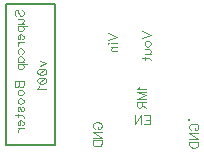
<source format=gbr>
G04 DipTrace 3.0.0.2*
G04 BottomSilk.gbr*
%MOIN*%
G04 #@! TF.FileFunction,Legend,Bot*
G04 #@! TF.Part,Single*
%ADD18C,0.007874*%
%ADD26O,0.008661X0.009452*%
%ADD48C,0.004632*%
%FSLAX26Y26*%
G04*
G70*
G90*
G75*
G01*
G04 BotSilk*
%LPD*%
D26*
X1019410Y514096D3*
X408583Y899921D2*
D18*
X571969D1*
Y429843D1*
X408583D1*
Y899921D1*
X749443Y802785D2*
D48*
X779587Y791311D1*
X749443Y779837D1*
Y770574D2*
X750869Y769148D1*
X749443Y767689D1*
X747984Y769148D1*
X749443Y770574D1*
X759491Y769148D2*
X779587D1*
X759491Y758425D2*
X779587D1*
X765228D2*
X760917Y754114D1*
X759491Y751229D1*
Y746951D1*
X760917Y744066D1*
X765228Y742640D1*
X779587D1*
X860467Y809386D2*
X890611Y797912D1*
X860467Y786438D1*
X870515Y770012D2*
X871941Y772864D1*
X874826Y775749D1*
X879137Y777175D1*
X881989D1*
X886300Y775749D1*
X889151Y772864D1*
X890611Y770012D1*
Y765701D1*
X889151Y762816D1*
X886300Y759964D1*
X881989Y758505D1*
X879137D1*
X874826Y759964D1*
X871941Y762816D1*
X870515Y765701D1*
Y770012D1*
Y749241D2*
X884874D1*
X889151Y747815D1*
X890611Y744930D1*
Y740619D1*
X889151Y737767D1*
X884874Y733456D1*
X870515D2*
X890611D1*
X860467Y719882D2*
X884874D1*
X889151Y718456D1*
X890611Y715571D1*
Y712719D1*
X870515Y724193D2*
Y714145D1*
X705031Y484824D2*
X702179Y486250D1*
X699294Y489135D1*
X697868Y491987D1*
Y497724D1*
X699294Y500609D1*
X702179Y503461D1*
X705031Y504920D1*
X709342Y506346D1*
X716538D1*
X720816Y504920D1*
X723701Y503461D1*
X726553Y500609D1*
X728012Y497724D1*
Y491987D1*
X726553Y489135D1*
X723701Y486250D1*
X720816Y484824D1*
X716538D1*
Y491987D1*
X697868Y455464D2*
X728012D1*
X697868Y475560D1*
X728012D1*
X697868Y446201D2*
X728012D1*
Y436153D1*
X726553Y431842D1*
X723701Y428957D1*
X720816Y427531D1*
X716538Y426105D1*
X709342D1*
X705031Y427531D1*
X702179Y428957D1*
X699294Y431842D1*
X697868Y436153D1*
Y446201D1*
X1026685Y480493D2*
X1023833Y481919D1*
X1020948Y484804D1*
X1019522Y487656D1*
Y493393D1*
X1020948Y496278D1*
X1023833Y499130D1*
X1026685Y500589D1*
X1030996Y502015D1*
X1038192D1*
X1042470Y500589D1*
X1045355Y499130D1*
X1048207Y496278D1*
X1049666Y493393D1*
Y487656D1*
X1048207Y484804D1*
X1045355Y481919D1*
X1042470Y480493D1*
X1038192D1*
Y487656D1*
X1019522Y451134D2*
X1049666Y451133D1*
X1019522Y471229D1*
X1049666D1*
X1019522Y441870D2*
X1049666D1*
Y431822D1*
X1048207Y427511D1*
X1045355Y424626D1*
X1042470Y423200D1*
X1038192Y421774D1*
X1030996D1*
X1026685Y423200D1*
X1023833Y424626D1*
X1020948Y427511D1*
X1019522Y431822D1*
Y441870D1*
X869321Y529187D2*
X887958D1*
Y499043D1*
X869321D1*
X887958Y514828D2*
X876484D1*
X839962Y529187D2*
Y499043D1*
X860058Y529187D1*
Y499043D1*
X441156Y860633D2*
X438270Y863485D1*
X436845Y867796D1*
Y873533D1*
X438270Y877844D1*
X441156Y880729D1*
X444007D1*
X446893Y879270D1*
X448318Y877844D1*
X449744Y874992D1*
X452629Y866370D1*
X454055Y863485D1*
X455515Y862059D1*
X458366Y860633D1*
X462677D1*
X465529Y863485D1*
X466989Y867796D1*
Y873533D1*
X465529Y877844D1*
X462677Y880729D1*
X446893Y851370D2*
X461252D1*
X465529Y849944D1*
X466989Y847059D1*
Y842747D1*
X465529Y839896D1*
X461252Y835585D1*
X446893D2*
X466989D1*
X446893Y826321D2*
X477037D1*
X451204D2*
X448352Y823436D1*
X446893Y820584D1*
Y816273D1*
X448352Y813388D1*
X451204Y810536D1*
X455515Y809077D1*
X458400D1*
X462677Y810536D1*
X465563Y813388D1*
X466989Y816273D1*
Y820584D1*
X465563Y823436D1*
X462677Y826321D1*
X455515Y799813D2*
Y782602D1*
X452629D1*
X449744Y784028D1*
X448318Y785454D1*
X446893Y788339D1*
Y792650D1*
X448318Y795502D1*
X451204Y798387D1*
X455515Y799813D1*
X458366D1*
X462677Y798387D1*
X465529Y795502D1*
X466989Y792650D1*
Y788339D1*
X465529Y785454D1*
X462677Y782602D1*
X446893Y773339D2*
X466989D1*
X455515D2*
X451204Y771880D1*
X448318Y769028D1*
X446893Y766143D1*
Y761832D1*
X451204Y735324D2*
X448318Y738209D1*
X446893Y741094D1*
Y745372D1*
X448318Y748257D1*
X451204Y751109D1*
X455515Y752568D1*
X458366D1*
X462677Y751109D1*
X465529Y748257D1*
X466989Y745372D1*
Y741094D1*
X465529Y738209D1*
X462677Y735324D1*
X446893Y708850D2*
X466989D1*
X451204D2*
X448318Y711702D1*
X446893Y714587D1*
Y718864D1*
X448318Y721750D1*
X451204Y724601D1*
X455515Y726061D1*
X458366D1*
X462677Y724601D1*
X465529Y721750D1*
X466989Y718864D1*
Y714587D1*
X465529Y711702D1*
X462677Y708850D1*
X446893Y699586D2*
X477037D1*
X451204D2*
X448352Y696701D1*
X446893Y693849D1*
Y689538D1*
X448352Y686653D1*
X451204Y683801D1*
X455515Y682342D1*
X458400D1*
X462677Y683801D1*
X465563Y686653D1*
X466989Y689538D1*
Y693849D1*
X465563Y696701D1*
X462677Y699586D1*
X436845Y643918D2*
X466989D1*
Y630985D1*
X465529Y626674D1*
X464103Y625248D1*
X461252Y623822D1*
X456941D1*
X454055Y625248D1*
X452630Y626674D1*
X451204Y630985D1*
X449744Y626674D1*
X448318Y625248D1*
X445467Y623822D1*
X442582D1*
X439730Y625248D1*
X438270Y626674D1*
X436845Y630985D1*
Y643918D1*
X451204D2*
Y630985D1*
X446893Y607395D2*
X448318Y610247D1*
X451204Y613132D1*
X455515Y614558D1*
X458366D1*
X462678Y613132D1*
X465529Y610247D1*
X466989Y607395D1*
Y603084D1*
X465529Y600199D1*
X462678Y597347D1*
X458366Y595888D1*
X455515D1*
X451204Y597347D1*
X448318Y600199D1*
X446893Y603084D1*
Y607395D1*
Y579462D2*
X448318Y582314D1*
X451204Y585199D1*
X455515Y586625D1*
X458366D1*
X462678Y585199D1*
X465529Y582314D1*
X466989Y579462D1*
Y575151D1*
X465529Y572266D1*
X462678Y569414D1*
X458366Y567955D1*
X455515D1*
X451204Y569414D1*
X448318Y572266D1*
X446893Y575151D1*
Y579462D1*
X451204Y542906D2*
X448319Y544332D1*
X446893Y548643D1*
Y552954D1*
X448319Y557265D1*
X451204Y558691D1*
X454055Y557265D1*
X455515Y554380D1*
X456941Y547217D1*
X458366Y544332D1*
X461252Y542906D1*
X462678D1*
X465529Y544332D1*
X466989Y548643D1*
Y552954D1*
X465529Y557265D1*
X462678Y558691D1*
X436845Y529332D2*
X461252D1*
X465529Y527906D1*
X466989Y525021D1*
Y522169D1*
X446893Y533643D2*
Y523595D1*
X455515Y512905D2*
Y495694D1*
X452630D1*
X449744Y497120D1*
X448319Y498546D1*
X446893Y501431D1*
Y505742D1*
X448319Y508594D1*
X451204Y511479D1*
X455515Y512905D1*
X458367D1*
X462678Y511479D1*
X465529Y508594D1*
X466989Y505742D1*
Y501431D1*
X465529Y498546D1*
X462678Y495694D1*
X446893Y486431D2*
X466989D1*
X455515D2*
X451204Y484972D1*
X448318Y482120D1*
X446893Y479235D1*
Y474924D1*
X522877Y711014D2*
X542973Y702392D1*
X522877Y693803D1*
X512862Y675917D2*
X514288Y680228D1*
X518599Y683114D1*
X525762Y684540D1*
X530073Y684539D1*
X537236Y683114D1*
X541547Y680228D1*
X542973Y675917D1*
Y673066D1*
X541547Y668755D1*
X537236Y665903D1*
X530073Y664444D1*
X525762D1*
X518599Y665903D1*
X514288Y668755D1*
X512862Y673066D1*
Y675917D1*
X518599Y665903D2*
X537236Y683114D1*
X512862Y646558D2*
X514288Y650869D1*
X518599Y653754D1*
X525762Y655180D1*
X530073D1*
X537236Y653754D1*
X541547Y650869D1*
X542973Y646558D1*
Y643706D1*
X541547Y639395D1*
X537236Y636543D1*
X530073Y635084D1*
X525762D1*
X518599Y636543D1*
X514288Y639395D1*
X512862Y643706D1*
Y646558D1*
X518599Y636543D2*
X537236Y653754D1*
X518599Y625821D2*
X517140Y622935D1*
X512862Y618624D1*
X542973D1*
X852308Y623857D2*
X850848Y620972D1*
X846571Y616661D1*
X876681D1*
Y584450D2*
X846537D1*
X876681Y595924D1*
X846537Y607398D1*
X876681D1*
X860897Y575186D2*
X860896Y562286D1*
X859437Y557975D1*
X858011Y556516D1*
X855159Y555090D1*
X852274D1*
X849422Y556516D1*
X847963Y557975D1*
X846537Y562286D1*
Y575186D1*
X876681D1*
X860896Y565138D2*
X876681Y555090D1*
M02*

</source>
